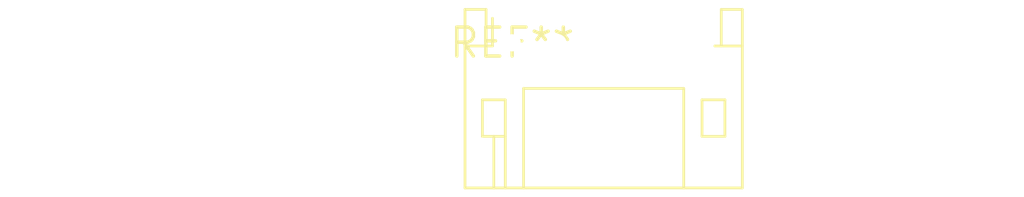
<source format=kicad_pcb>
(kicad_pcb (version 20240108) (generator pcbnew)
  (layers (0 "F.Cu" signal) (31 "B.Cu" signal) (34 "B.Paste" user) (35 "F.Paste" user) (36 "B.SilkS" user "B.Silkscreen") (37 "F.SilkS" user "F.Silkscreen") (38 "B.Mask" user) (39 "F.Mask" user) (44 "Edge.Cuts" user))
  (net 0 "")
  (footprint "JST_PH_S5B-PH-K_1x05_P2.00mm_Horizontal" (layer "F.Cu") (at 0 0)
    (property "Reference" "REF**")
    (property "Value" "JST_PH_S5B-PH-K_1x05_P2.00mm_Horizontal")
    (fp_line (start -2.06 -1.46) (end -2.06 6.36) (layer "F.SilkS") (stroke (width 0.12)))
    (fp_line (start -2.06 0.14) (end -1.14 0.14) (layer "F.SilkS") (stroke (width 0.12)))
    (fp_line (start -2.06 6.36) (end 10.06 6.36) (layer "F.SilkS") (stroke (width 0.12)))
    (fp_line (start -1.3 2.5) (end -1.3 4.1) (layer "F.SilkS") (stroke (width 0.12)))
    (fp_line (start -1.3 4.1) (end -0.3 4.1) (layer "F.SilkS") (stroke (width 0.12)))
    (fp_line (start -1.14 -1.46) (end -2.06 -1.46) (layer "F.SilkS") (stroke (width 0.12)))
    (fp_line (start -1.14 0.14) (end -1.14 -1.46) (layer "F.SilkS") (stroke (width 0.12)))
    (fp_line (start -0.86 0.14) (end -1.14 0.14) (layer "F.SilkS") (stroke (width 0.12)))
    (fp_line (start -0.86 0.14) (end -0.86 -1.075) (layer "F.SilkS") (stroke (width 0.12)))
    (fp_line (start -0.8 4.1) (end -0.8 6.36) (layer "F.SilkS") (stroke (width 0.12)))
    (fp_line (start -0.3 2.5) (end -1.3 2.5) (layer "F.SilkS") (stroke (width 0.12)))
    (fp_line (start -0.3 4.1) (end -0.3 2.5) (layer "F.SilkS") (stroke (width 0.12)))
    (fp_line (start -0.3 4.1) (end -0.3 6.36) (layer "F.SilkS") (stroke (width 0.12)))
    (fp_line (start 0.5 2) (end 7.5 2) (layer "F.SilkS") (stroke (width 0.12)))
    (fp_line (start 0.5 6.36) (end 0.5 2) (layer "F.SilkS") (stroke (width 0.12)))
    (fp_line (start 7.5 2) (end 7.5 6.36) (layer "F.SilkS") (stroke (width 0.12)))
    (fp_line (start 8.3 2.5) (end 9.3 2.5) (layer "F.SilkS") (stroke (width 0.12)))
    (fp_line (start 8.3 4.1) (end 8.3 2.5) (layer "F.SilkS") (stroke (width 0.12)))
    (fp_line (start 9.14 -1.46) (end 9.14 0.14) (layer "F.SilkS") (stroke (width 0.12)))
    (fp_line (start 9.14 0.14) (end 8.86 0.14) (layer "F.SilkS") (stroke (width 0.12)))
    (fp_line (start 9.3 2.5) (end 9.3 4.1) (layer "F.SilkS") (stroke (width 0.12)))
    (fp_line (start 9.3 4.1) (end 8.3 4.1) (layer "F.SilkS") (stroke (width 0.12)))
    (fp_line (start 10.06 -1.46) (end 9.14 -1.46) (layer "F.SilkS") (stroke (width 0.12)))
    (fp_line (start 10.06 0.14) (end 9.14 0.14) (layer "F.SilkS") (stroke (width 0.12)))
    (fp_line (start 10.06 6.36) (end 10.06 -1.46) (layer "F.SilkS") (stroke (width 0.12)))
    (pad "1" thru_hole roundrect (at 0 0) (size 1.2 1.75) (drill 0.75) (layers *.Cu *.Mask) (remove_unused_layers) (roundrect_rratio 0.208333))
    (pad "2" thru_hole oval (at 2 0) (size 1.2 1.75) (drill 0.75) (layers *.Cu *.Mask) (remove_unused_layers))
    (pad "3" thru_hole oval (at 4 0) (size 1.2 1.75) (drill 0.75) (layers *.Cu *.Mask) (remove_unused_layers))
    (pad "4" thru_hole oval (at 6 0) (size 1.2 1.75) (drill 0.75) (layers *.Cu *.Mask) (remove_unused_layers))
    (pad "5" thru_hole oval (at 8 0) (size 1.2 1.75) (drill 0.75) (layers *.Cu *.Mask) (remove_unused_layers))
  )
)
</source>
